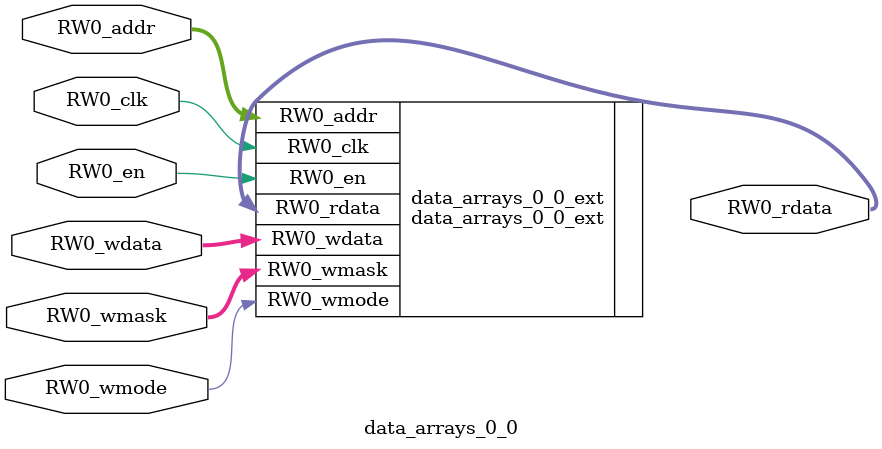
<source format=sv>
`ifndef RANDOMIZE
  `ifdef RANDOMIZE_REG_INIT
    `define RANDOMIZE
  `endif // RANDOMIZE_REG_INIT
`endif // not def RANDOMIZE
`ifndef RANDOMIZE
  `ifdef RANDOMIZE_MEM_INIT
    `define RANDOMIZE
  `endif // RANDOMIZE_MEM_INIT
`endif // not def RANDOMIZE

`ifndef RANDOM
  `define RANDOM $random
`endif // not def RANDOM

// Users can define 'PRINTF_COND' to add an extra gate to prints.
`ifndef PRINTF_COND_
  `ifdef PRINTF_COND
    `define PRINTF_COND_ (`PRINTF_COND)
  `else  // PRINTF_COND
    `define PRINTF_COND_ 1
  `endif // PRINTF_COND
`endif // not def PRINTF_COND_

// Users can define 'ASSERT_VERBOSE_COND' to add an extra gate to assert error printing.
`ifndef ASSERT_VERBOSE_COND_
  `ifdef ASSERT_VERBOSE_COND
    `define ASSERT_VERBOSE_COND_ (`ASSERT_VERBOSE_COND)
  `else  // ASSERT_VERBOSE_COND
    `define ASSERT_VERBOSE_COND_ 1
  `endif // ASSERT_VERBOSE_COND
`endif // not def ASSERT_VERBOSE_COND_

// Users can define 'STOP_COND' to add an extra gate to stop conditions.
`ifndef STOP_COND_
  `ifdef STOP_COND
    `define STOP_COND_ (`STOP_COND)
  `else  // STOP_COND
    `define STOP_COND_ 1
  `endif // STOP_COND
`endif // not def STOP_COND_

// Users can define INIT_RANDOM as general code that gets injected into the
// initializer block for modules with registers.
`ifndef INIT_RANDOM
  `define INIT_RANDOM
`endif // not def INIT_RANDOM

// If using random initialization, you can also define RANDOMIZE_DELAY to
// customize the delay used, otherwise 0.002 is used.
`ifndef RANDOMIZE_DELAY
  `define RANDOMIZE_DELAY 0.002
`endif // not def RANDOMIZE_DELAY

// Define INIT_RANDOM_PROLOG_ for use in our modules below.
`ifndef INIT_RANDOM_PROLOG_
  `ifdef RANDOMIZE
    `ifdef VERILATOR
      `define INIT_RANDOM_PROLOG_ `INIT_RANDOM
    `else  // VERILATOR
      `define INIT_RANDOM_PROLOG_ `INIT_RANDOM #`RANDOMIZE_DELAY begin end
    `endif // VERILATOR
  `else  // RANDOMIZE
    `define INIT_RANDOM_PROLOG_
  `endif // RANDOMIZE
`endif // not def INIT_RANDOM_PROLOG_

module data_arrays_0_0(	// @[DescribedSRAM.scala:17:26]
  input  [7:0]   RW0_addr,
  input          RW0_en,
                 RW0_clk,
                 RW0_wmode,
  input  [127:0] RW0_wdata,
  input  [3:0]   RW0_wmask,
  output [127:0] RW0_rdata
);

  data_arrays_0_0_ext data_arrays_0_0_ext (	// @[DescribedSRAM.scala:17:26]
    .RW0_addr  (RW0_addr),
    .RW0_en    (RW0_en),
    .RW0_clk   (RW0_clk),
    .RW0_wmode (RW0_wmode),
    .RW0_wdata (RW0_wdata),
    .RW0_wmask (RW0_wmask),
    .RW0_rdata (RW0_rdata)
  );
endmodule


</source>
